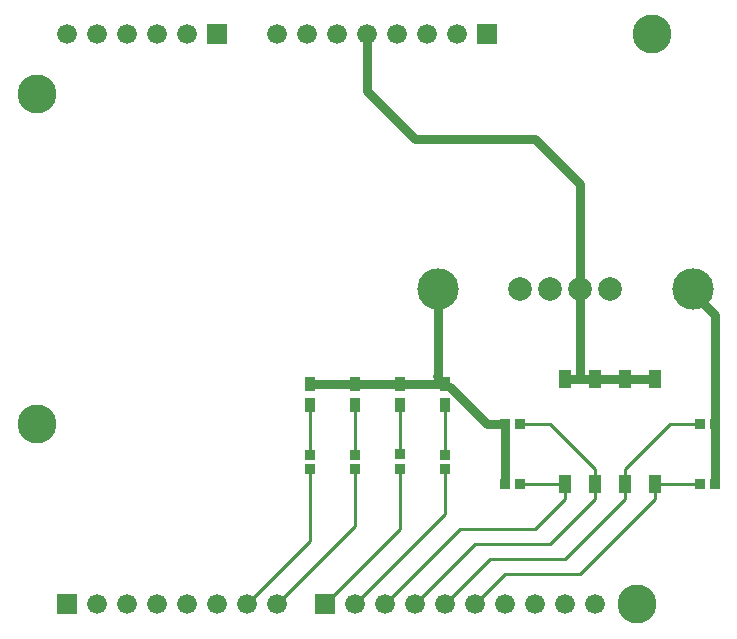
<source format=gtl>
G04*
G04 #@! TF.GenerationSoftware,Altium Limited,Altium Designer,23.10.1 (27)*
G04*
G04 Layer_Physical_Order=1*
G04 Layer_Color=255*
%FSLAX44Y44*%
%MOMM*%
G71*
G04*
G04 #@! TF.SameCoordinates,07F531DC-FA92-4897-9D3F-F805C0A64ABC*
G04*
G04*
G04 #@! TF.FilePolarity,Positive*
G04*
G01*
G75*
%ADD13C,0.2540*%
%ADD14R,0.8500X1.2000*%
%ADD15R,1.1000X1.5000*%
%ADD16R,0.8500X0.9500*%
%ADD17R,0.9500X0.8500*%
%ADD27C,0.7620*%
%ADD28C,1.6764*%
%ADD29C,3.3000*%
%ADD30R,1.6764X1.6764*%
%ADD31C,2.0000*%
%ADD32C,3.5000*%
D13*
X1117600Y584000D02*
Y626250D01*
X1079500Y584200D02*
Y626250D01*
X1041400Y584000D02*
Y626250D01*
X1003300Y584000D02*
Y626250D01*
X1117600Y533400D02*
Y571500D01*
X1041400Y457200D02*
X1117600Y533400D01*
X1079500Y520700D02*
Y571700D01*
X1016000Y457200D02*
X1079500Y520700D01*
X1041400Y523240D02*
Y571500D01*
X975360Y457200D02*
X1041400Y523240D01*
X949960Y457200D02*
X1003300Y510540D01*
Y571500D01*
X1130300Y520700D02*
X1193800D01*
X1219200Y546100D02*
Y558700D01*
X1193800Y520700D02*
X1219200Y546100D01*
X1143000Y508000D02*
X1206500D01*
X1244600Y556700D02*
Y558700D01*
Y571500D01*
X1206500Y508000D02*
X1244600Y546100D01*
Y556700D01*
X1270000Y546100D02*
Y558700D01*
X1155700Y495300D02*
X1219200D01*
X1270000Y546100D01*
X1295400D02*
Y558700D01*
X1168400Y482600D02*
X1231900D01*
X1295400Y546100D01*
X1308100Y609600D02*
X1333500D01*
X1270000Y571500D02*
X1308100Y609600D01*
X1206500D02*
X1244600Y571500D01*
X1181100Y609600D02*
X1206500D01*
X1270000Y558700D02*
Y571500D01*
X1295400Y558700D02*
X1295500Y558800D01*
X1333500D01*
X1219100D02*
X1219200Y558700D01*
X1181100Y558800D02*
X1219100D01*
X1066800Y457200D02*
X1130300Y520700D01*
X1092200Y457200D02*
X1143000Y508000D01*
X1117600Y457200D02*
X1155700Y495300D01*
X1143000Y457200D02*
X1168400Y482600D01*
D14*
X1003300Y643750D02*
D03*
Y626250D02*
D03*
X1041400Y643750D02*
D03*
Y626250D02*
D03*
X1079500Y643750D02*
D03*
Y626250D02*
D03*
X1117600Y643750D02*
D03*
Y626250D02*
D03*
D15*
X1295400Y647700D02*
D03*
Y558700D02*
D03*
X1270000Y647700D02*
D03*
Y558700D02*
D03*
X1244600Y647700D02*
D03*
Y558700D02*
D03*
X1219200Y647700D02*
D03*
Y558700D02*
D03*
D16*
X1181100Y558800D02*
D03*
X1168600D02*
D03*
X1181100Y609600D02*
D03*
X1168600D02*
D03*
X1333500D02*
D03*
X1346000D02*
D03*
X1333500Y558800D02*
D03*
X1346000D02*
D03*
D17*
X1003300Y571500D02*
D03*
Y584000D02*
D03*
X1041400Y571500D02*
D03*
Y584000D02*
D03*
X1079500Y571700D02*
D03*
Y584200D02*
D03*
X1117600Y571500D02*
D03*
Y584000D02*
D03*
D27*
X1111250Y650100D02*
G03*
X1117600Y643750I6350J0D01*
G01*
X1051560Y891540D02*
X1092200Y850900D01*
X1051560Y891540D02*
Y939800D01*
X1092200Y850900D02*
X1193800D01*
X1231900Y812800D01*
Y723900D02*
Y812800D01*
X1079500Y643750D02*
X1117600D01*
X1111250Y650100D02*
Y723900D01*
X1231900Y647700D02*
X1244600D01*
X1219200D02*
X1231900D01*
Y723900D01*
X1270000Y647700D02*
X1295400D01*
X1244600D02*
X1270000D01*
X1346000Y558800D02*
Y609600D01*
X1327150Y720687D02*
Y723900D01*
X1346000Y609600D02*
Y701837D01*
X1327150Y720687D02*
X1346000Y701837D01*
X1168600Y558800D02*
Y609600D01*
X1138700Y623820D02*
X1152920Y609600D01*
X1121520Y641560D02*
X1138700Y624380D01*
X1152920Y609600D02*
X1168600D01*
X1138700Y623820D02*
Y624380D01*
X1041400Y643750D02*
X1079500D01*
X1003300D02*
X1041400D01*
D28*
X1102360Y939800D02*
D03*
X1076960D02*
D03*
X1127760D02*
D03*
X1026160D02*
D03*
X1000760D02*
D03*
X1051560D02*
D03*
X1092200Y457200D02*
D03*
X1117600D02*
D03*
X1041400D02*
D03*
X1066800D02*
D03*
X1244600D02*
D03*
X1219200D02*
D03*
X1168400D02*
D03*
X1143000D02*
D03*
X1193800D02*
D03*
X899160Y939800D02*
D03*
X873760D02*
D03*
X975360D02*
D03*
X822960D02*
D03*
X797560D02*
D03*
X848360D02*
D03*
Y457200D02*
D03*
X822960D02*
D03*
X899160D02*
D03*
X873760D02*
D03*
X949960D02*
D03*
X924560D02*
D03*
X975360D02*
D03*
D29*
X1292860Y939800D02*
D03*
X1280160Y457200D02*
D03*
X772160Y609600D02*
D03*
Y889000D02*
D03*
D30*
X1153160Y939800D02*
D03*
X1016000Y457200D02*
D03*
X924560Y939800D02*
D03*
X797560Y457200D02*
D03*
D31*
X1231900Y723900D02*
D03*
X1257300D02*
D03*
X1206500D02*
D03*
X1181100D02*
D03*
D32*
X1327150D02*
D03*
X1111250D02*
D03*
M02*

</source>
